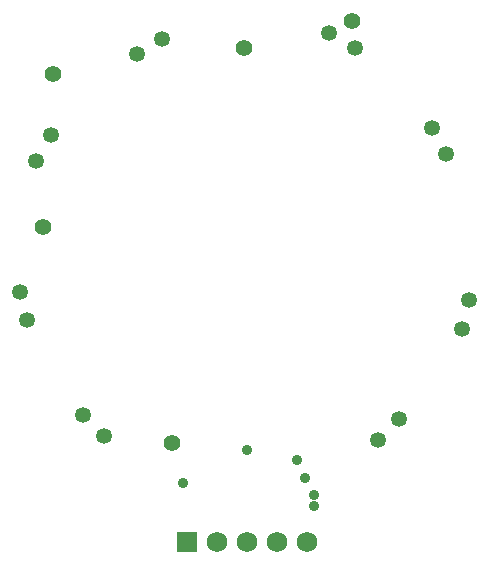
<source format=gbs>
G04*
G04 #@! TF.GenerationSoftware,Altium Limited,Altium Designer,22.7.1 (60)*
G04*
G04 Layer_Color=16711935*
%FSLAX44Y44*%
%MOMM*%
G71*
G04*
G04 #@! TF.SameCoordinates,34583956-BA44-4E5B-BA21-D6171543F883*
G04*
G04*
G04 #@! TF.FilePolarity,Negative*
G04*
G01*
G75*
%ADD24C,1.7500*%
%ADD25R,1.7500X1.7500*%
%ADD26C,1.3500*%
%ADD27C,1.4200*%
%ADD28C,0.9120*%
D24*
X236728Y-11176D02*
D03*
X211328D02*
D03*
X262128D02*
D03*
X287528D02*
D03*
D25*
X185928D02*
D03*
D26*
X115265Y78791D02*
D03*
X97587Y96469D02*
D03*
X418405Y169536D02*
D03*
X424875Y193684D02*
D03*
X306324Y419862D02*
D03*
X327975Y407362D02*
D03*
X143002Y402082D02*
D03*
X70258Y333405D02*
D03*
X57758Y311754D02*
D03*
X164653Y414582D02*
D03*
X392784Y339501D02*
D03*
X405284Y317850D02*
D03*
X365455Y93421D02*
D03*
X347777Y75743D02*
D03*
X44009Y200796D02*
D03*
X50479Y176648D02*
D03*
D27*
X325374Y429768D02*
D03*
X72644Y385064D02*
D03*
X172720Y72390D02*
D03*
X233680Y406908D02*
D03*
X63754Y255778D02*
D03*
D28*
X293116Y19558D02*
D03*
X278892Y58518D02*
D03*
X285242Y43180D02*
D03*
X293116Y28702D02*
D03*
X182118Y39018D02*
D03*
X236728Y66802D02*
D03*
M02*

</source>
